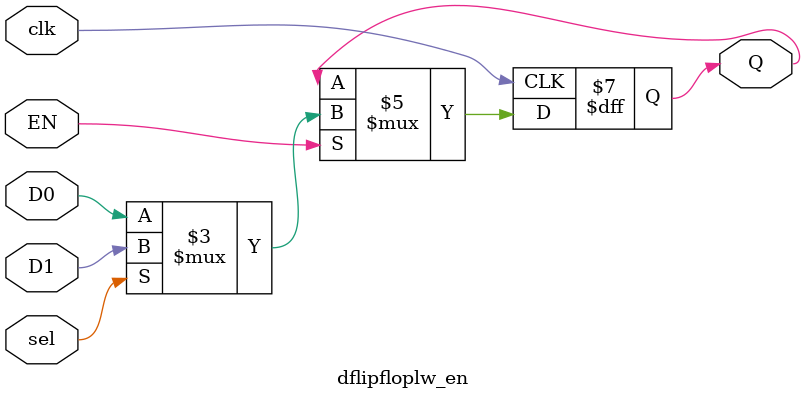
<source format=v>
/*
* -----------------------------------------------------------------
* COMPANY : Ruhr University Bochum
* AUTHOR  : Amir Moradi amir.moradi@rub.de Aein Rezaei Shahmirzadi aein.rezaeishahmirzadi@rub.de
* DOCUMENT: "Second-Order SCA Security with almost no Fresh Randomness" TCHES 2021, Issue 3
* -----------------------------------------------------------------
*
* Copyright c 2021, Amir Moradi, Aein Rezaei Shahmirzadi
*
* All rights reserved.
*
* THIS SOFTWARE IS PROVIDED BY THE COPYRIGHT HOLDERS AND CONTRIBUTORS "AS IS" AND
* ANY EXPRESS OR IMPLIED WARRANTIES, INCLUDING, BUT NOT LIMITED TO, THE IMPLIED
* WARRANTIES OF MERCHANTABILITY AND FITNESS FOR A PARTICULAR PURPOSE ARE
* DISCLAIMED. IN NO EVENT SHALL THE COPYRIGHT HOLDER OR CONTRIBUTERS BE LIABLE FOR ANY
* DIRECT, INDIRECT, INCIDENTAL, SPECIAL, EXEMPLARY, OR CONSEQUENTIAL DAMAGES
* INCLUDING, BUT NOT LIMITED TO, PROCUREMENT OF SUBSTITUTE GOODS OR SERVICES;
* LOSS OF USE, DATA, OR PROFITS; OR BUSINESS INTERRUPTION HOWEVER CAUSED AND
* ON ANY THEORY OF LIABILITY, WHETHER IN CONTRACT, STRICT LIABILITY, OR TORT
* INCLUDING NEGLIGENCE OR OTHERWISE ARISING IN ANY WAY OUT OF THE USE OF THIS
* SOFTWARE, EVEN IF ADVISED OF THE POSSIBILITY OF SUCH DAMAGE.
*
* Please see LICENSE and README for license and further instructions.
*/

module dflipfloplw_en (clk, sel, EN, D0, D1, Q);
	input  clk, sel, EN, D0, D1;
	output Q;

	reg Q;

	always @ (posedge clk)
	if (EN) begin
		if (sel) begin
			Q <= D1;
		end else begin
			Q <= D0;
		end
	end	

endmodule

</source>
